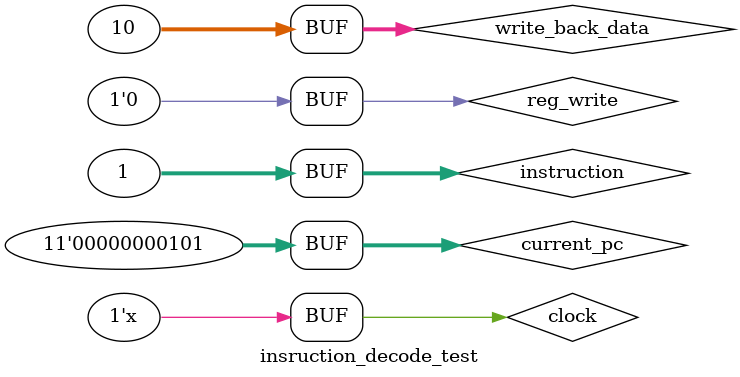
<source format=v>
`timescale 1ns / 1ps


module insruction_decode_test;

	// Inputs
	reg [31:0] instruction;
	reg [10:0] current_pc;
	reg [31:0] write_back_data;
	reg reg_write;
	reg clock;

	// Outputs
	wire [10:0] jump_dest_addr;
	wire [31:0] data_a;
	wire [31:0] data_b;
	wire [31:0] sign_extended;

	// Instantiate the Unit Under Test (UUT)
	instruction_decode uut (
		.instruction(instruction), 
		.current_pc(current_pc), 
		.write_back_data(write_back_data), 
		.reg_write(reg_write), 
		.clock(clock), 
		.jump_dest_addr(jump_dest_addr), 
		.data_a(data_a), 
		.data_b(data_b), 
		.sign_extended(sign_extended)
	);

	always #1 clock = ~clock;

	initial begin
		// Initialize Inputs
		instruction = 0;
		current_pc = 0;
		write_back_data = 0;
		reg_write = 0;
		clock = 0;

		// Wait 100 ns for global reset to finish
		#100;
		
		//Escribo el valor 5 en el registro 0 y 10 en el registro 1.
		reg_write = 1;
		write_back_data = 5;
		instruction = 32'b000000_00000_00000_00000_00000_000000;
		
		#2;
		
		write_back_data = 10;
		instruction = 32'b000000_00000_00000_00001_00000_000000;
		
		#2;
		
		//data_a = reg[0] and data_b = reg[1]
		reg_write = 0;
		instruction = 32'b000000_00000_00001_00000_00000_000000;
		
		#2;
		
		//Pruebo el cálculo de la destination address.
		current_pc = 5;
		instruction = 32'b000000_00000_00000_00000_00000_000001;
        
		// Add stimulus here

	end
      
endmodule


</source>
